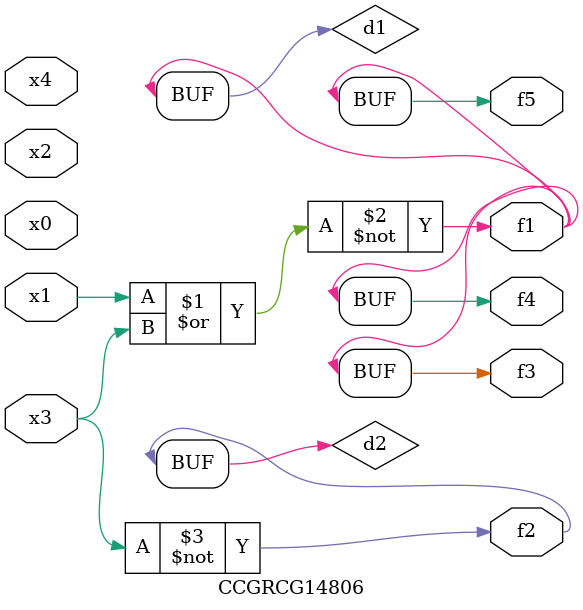
<source format=v>
module CCGRCG14806(
	input x0, x1, x2, x3, x4,
	output f1, f2, f3, f4, f5
);

	wire d1, d2;

	nor (d1, x1, x3);
	not (d2, x3);
	assign f1 = d1;
	assign f2 = d2;
	assign f3 = d1;
	assign f4 = d1;
	assign f5 = d1;
endmodule

</source>
